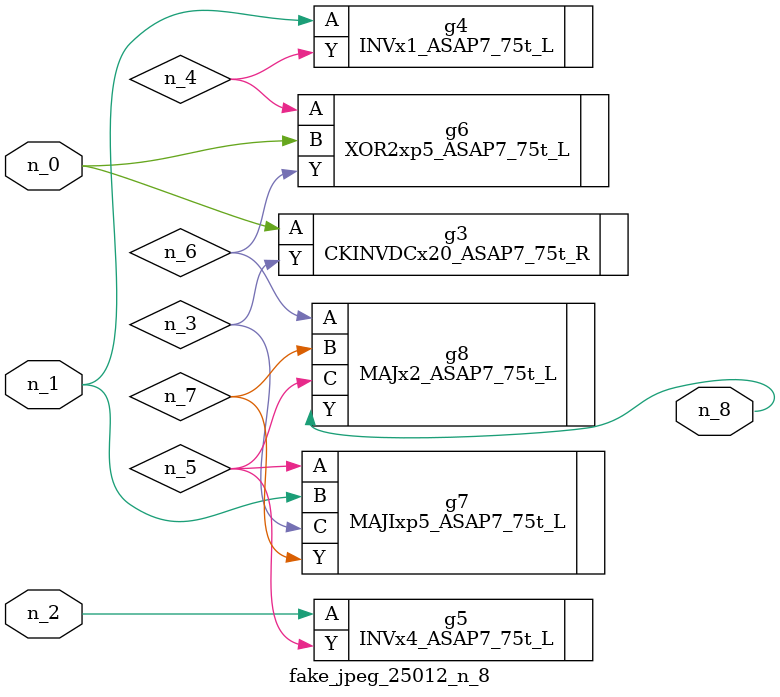
<source format=v>
module fake_jpeg_25012_n_8 (n_0, n_2, n_1, n_8);

input n_0;
input n_2;
input n_1;

output n_8;

wire n_3;
wire n_4;
wire n_6;
wire n_5;
wire n_7;

CKINVDCx20_ASAP7_75t_R g3 ( 
.A(n_0),
.Y(n_3)
);

INVx1_ASAP7_75t_L g4 ( 
.A(n_1),
.Y(n_4)
);

INVx4_ASAP7_75t_L g5 ( 
.A(n_2),
.Y(n_5)
);

XOR2xp5_ASAP7_75t_L g6 ( 
.A(n_4),
.B(n_0),
.Y(n_6)
);

MAJx2_ASAP7_75t_L g8 ( 
.A(n_6),
.B(n_7),
.C(n_5),
.Y(n_8)
);

MAJIxp5_ASAP7_75t_L g7 ( 
.A(n_5),
.B(n_1),
.C(n_3),
.Y(n_7)
);


endmodule
</source>
